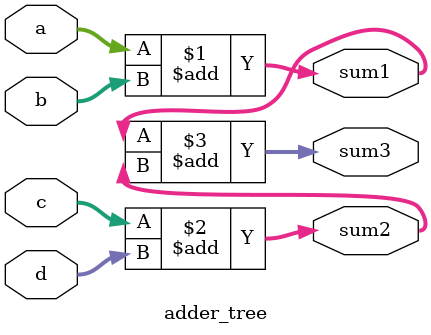
<source format=v>
module adder_tree (
       input [3:0] a,
	   input [3:0] b,
	   input [7:0] c,
	   input [7:0] d,
	   output [4:0] sum1,
	   output [8:0] sum2,
	   output [9:0] sum3
	   );
	   
	   assign sum1 = a+b;
	   assign sum2 = c+d;
	   assign sum3 = sum1+sum2;
endmodule
	   
	   
	   
</source>
